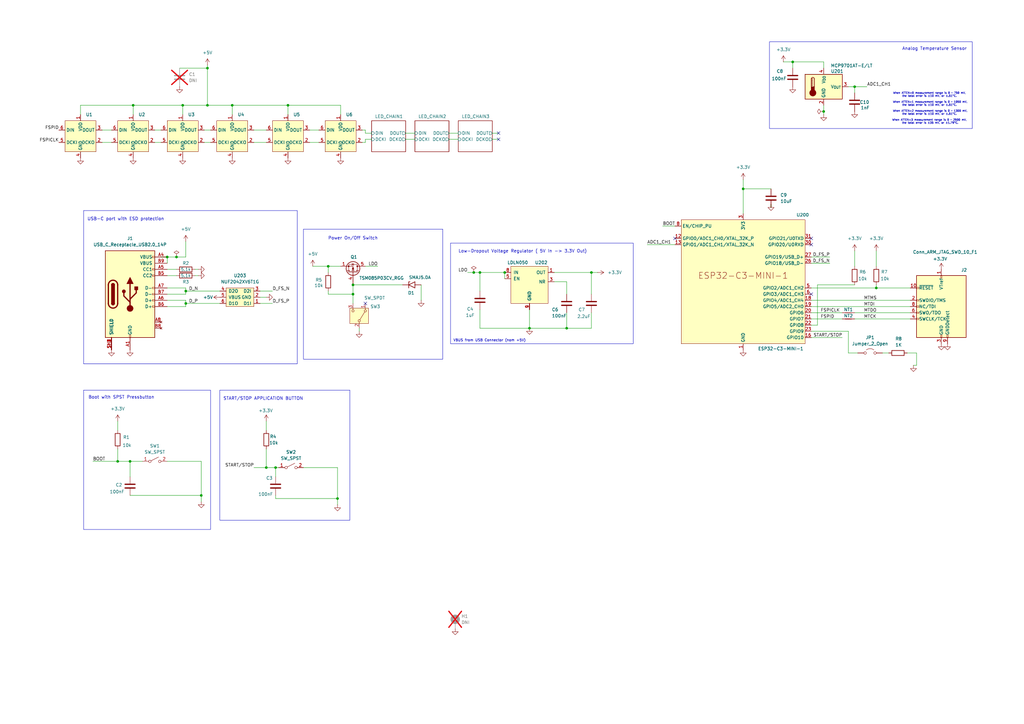
<source format=kicad_sch>
(kicad_sch (version 20231120) (generator "eeschema") (generator_version "8.0")
  (paper "A3")
  (title_block (title "F1 LED CIRCUIT PROJECT") (date "2024-04-10") (rev "v1.0"))
  (lib_symbols
    (symbol "Connector:USB_C_Receptacle_USB2.0_14P" (pin_names (offset 1.016))
      (property "Reference" "J" (at 0 22.225 0))
      (property "Value" "USB_C_Receptacle_USB2.0_14P" (at 0 19.685 0))
      (symbol "USB_C_Receptacle_USB2.0_14P_1_0"
        (pin no_connect line (at 12.7 -11.43 180) (length 2.54) (name "") (number "A8"))
        (pin no_connect line (at 12.7 -13.97 180) (length 2.54) (name "") (number "B8"))
      )
      (symbol "USB_C_Receptacle_USB2.0_14P_1_1"
        (pin passive line (at 0 -22.86 90) (length 5.08) (name "GND") (number "A1"))
        (pin power_in line (at 15.24 15.24 180) (length 5.08) (name "VBUS") (number "A4"))
        (pin bidirectional line (at 15.24 10.16 180) (length 5.08) (name "CC1") (number "A5"))
        (pin bidirectional line (at 15.24 -2.54 180) (length 5.08) (name "D+") (number "A6"))
        (pin bidirectional line (at 15.24 2.54 180) (length 5.08) (name "D-") (number "A7"))
        (pin passive line (at 0 -22.86 90) (length 5.08) hide (name "GND") (number "B12"))
        (pin bidirectional line (at 15.24 7.62 180) (length 5.08) (name "CC2") (number "B5"))
        (pin bidirectional line (at 15.24 -5.08 180) (length 5.08) (name "D+") (number "B6"))
        (pin bidirectional line (at 15.24 0 180) (length 5.08) (name "D-") (number "B7"))
        (pin power_in line (at 15.24 12.7 180) (length 5.08) (name "VBUS") (number "B9"))
        (pin passive line (at -7.62 -22.86 90) (length 5.08) (name "SHIELD") (number "SH1"))
        (pin passive line (at -7.62 -22.86 90) (length 5.08) (name "SHIELD") (number "SH2"))
        (pin passive line (at -7.62 -22.86 90) (length 5.08) (name "SHIELD") (number "SH3"))
        (pin passive line (at -7.62 -22.86 90) (length 5.08) (name "SHIELD") (number "SH4"))
      )
    )
    (symbol "Device:C" (pin_numbers hide) (pin_names (offset 0.254))
      (property "Reference" "C" (at 0.635 2.54 0))
      (property "Value" "C" (at 0.635 -2.54 0))
      (symbol "C_1_1"
        (pin passive line (at 0 3.81 270) (length 2.794) (name "~") (number "1"))
        (pin passive line (at 0 -3.81 90) (length 2.794) (name "~") (number "2"))
      )
    )
    (symbol "Device:NetTie_2" (pin_numbers hide) (pin_names (offset 0) hide) (in_bom no)
      (property "Reference" "NT" (at 0 1.27 0))
      (property "Value" "NetTie_2" (at 0 -1.27 0))
      (symbol "NetTie_2_1_1"
        (pin passive line (at -2.54 0 0) (length 2.54) (name "1") (number "1"))
        (pin passive line (at 2.54 0 180) (length 2.54) (name "2") (number "2"))
      )
    )
    (symbol "Device:R" (pin_numbers hide) (pin_names (offset 0))
      (property "Reference" "R" (at 2.032 0 90))
      (property "Value" "R" (at 0 0 90))
      (symbol "R_1_1"
        (pin passive line (at 0 3.81 270) (length 1.27) (name "~") (number "1"))
        (pin passive line (at 0 -3.81 90) (length 1.27) (name "~") (number "2"))
      )
    )
    (symbol "Diode:SMAJ5.0A" (pin_numbers hide) (pin_names (offset 1.016) hide)
      (property "Reference" "D" (at 0 2.54 0))
      (property "Value" "SMAJ5.0A" (at 0 -2.54 0))
      (symbol "SMAJ5.0A_1_1"
        (pin passive line (at -3.81 0 0) (length 2.54) (name "A1") (number "1"))
        (pin passive line (at 3.81 0 180) (length 2.54) (name "A2") (number "2"))
      )
    )
    (symbol "F1-LED-CIRCUIT-LIBRARY:Conn_ARM_JTAG_SWD_10_F1" (pin_names (offset 1.016))
      (property "Reference" "J" (at -2.54 16.51 0))
      (property "Value" "Conn_ARM_JTAG_SWD_10_F1" (at -2.54 13.97 0))
      (symbol "Conn_ARM_JTAG_SWD_10_F1_1_1"
        (pin power_in line (at 0 15.24 270) (length 2.54) (name "VTref") (number "1"))
        (pin open_collector line (at 12.7 7.62 180) (length 2.54) (name "~{RESET}") (number "10"))
        (pin bidirectional line (at 12.7 2.54 180) (length 2.54) (name "SWDIO/TMS") (number "2"))
        (pin power_in line (at 0 -15.24 90) (length 2.54) (name "GND") (number "3"))
        (pin output line (at 12.7 -5.08 180) (length 2.54) (name "SWCLK/TCK") (number "4"))
        (pin passive line (at 0 -15.24 90) (length 2.54) hide (name "GND") (number "5"))
        (pin input line (at 12.7 -2.54 180) (length 2.54) (name "SWO/TDO") (number "6"))
        (pin no_connect line (at -10.16 0 0) (length 2.54) hide (name "KEY") (number "7"))
        (pin output line (at 12.7 0 180) (length 2.54) (name "NC/TDI") (number "8"))
        (pin passive line (at -2.54 -15.24 90) (length 2.54) (name "GNDDetect") (number "9"))
      )
    )
    (symbol "F1-LED-CIRCUIT-LIBRARY:HD108-2020"
      (property "Reference" "U" (at 0 19.558 0))
      (symbol "HD108-2020_1_1"
        (pin power_in line (at 0 8.89 270) (length 2.54) (name "VDD") (number "1"))
        (pin output line (at 8.89 -2.54 180) (length 2.54) (name "DCKO") (number "2"))
        (pin output line (at 8.89 2.54 180) (length 2.54) (name "DOUT") (number "3"))
        (pin power_in line (at 0 -8.89 90) (length 2.54) (name "GND") (number "4"))
        (pin input line (at -8.89 -2.54 0) (length 2.54) (name "DCKI") (number "5"))
        (pin input line (at -8.89 2.54 0) (length 2.54) (name "DIN") (number "6"))
      )
    )
    (symbol "F1-LED-CIRCUIT-LIBRARY:LDLN050" (pin_names (offset 1.016))
      (property "Reference" "U?" (at -0.254 9.906 0))
      (symbol "LDLN050_1_1"
        (pin power_out line (at 10.16 5.08 180) (length 2.54) (name "OUT") (number "1"))
        (pin no_connect line (at 10.16 -2.54 180) (length 2.54) hide (name "NC") (number "2"))
        (pin passive line (at 10.16 1.27 180) (length 2.54) (name "NR") (number "3"))
        (pin power_in line (at 0 -10.16 90) (length 2.54) (name "GND") (number "4"))
        (pin input line (at -10.16 2.54 0) (length 2.54) (name "EN") (number "5"))
        (pin no_connect line (at -10.16 -1.27 0) (length 2.54) hide (name "NC") (number "6"))
        (pin no_connect line (at -10.16 -5.08 0) (length 2.54) hide (name "NC") (number "7"))
        (pin power_in line (at -10.16 5.08 0) (length 2.54) (name "IN") (number "8"))
        (pin power_in line (at 0 -10.16 90) (length 2.54) (name "GND") (number "9"))
      )
    )
    (symbol "Jitter_Symbols:TSM085P03CV_RGG" (pin_names (offset 0) hide)
      (property "Reference" "Q" (at 5.08 1.905 0))
      (property "Value" "TSM085P03CV_RGG" (at 5.08 0 0))
      (symbol "TSM085P03CV_RGG_1_1"
        (pin passive line (at 2.54 -5.08 90) (length 2.54) (name "S") (number "1"))
        (pin passive line (at 2.54 -5.08 90) (length 2.54) hide (name "S") (number "2"))
        (pin passive line (at 2.54 -5.08 90) (length 2.54) hide (name "S") (number "3"))
        (pin input line (at -5.08 0 0) (length 5.334) (name "G") (number "4"))
        (pin passive line (at 2.54 5.08 270) (length 2.54) (name "D") (number "5"))
        (pin passive line (at 2.54 5.08 270) (length 2.54) hide (name "D") (number "6"))
        (pin passive line (at 2.54 5.08 270) (length 2.54) hide (name "D") (number "7"))
        (pin passive line (at 2.54 5.08 270) (length 2.54) hide (name "D") (number "8"))
      )
    )
    (symbol "Jumper:Jumper_2_Open" (pin_numbers hide) (pin_names (offset 0) hide) (exclude_from_sim yes)
      (property "Reference" "JP" (at 0 2.794 0))
      (property "Value" "Jumper_2_Open" (at 0 -2.286 0))
      (symbol "Jumper_2_Open_1_1"
        (pin passive line (at -5.08 0 0) (length 2.54) (name "A") (number "1"))
        (pin passive line (at 5.08 0 180) (length 2.54) (name "B") (number "2"))
      )
    )
    (symbol "Mechanical:MountingHole_Pad_MP" (pin_numbers hide) (pin_names (offset 1.016) hide) (exclude_from_sim yes) (in_bom no)
      (property "Reference" "H" (at 0 6.35 0))
      (property "Value" "MountingHole_Pad_MP" (at 0 4.445 0))
      (symbol "MountingHole_Pad_MP_1_1"
        (pin input line (at 0 -2.54 90) (length 2.54) (name "MP") (number "MP"))
      )
    )
    (symbol "PCM_Espressif:ESP32-C3-MINI-1"
      (property "Reference" "U" (at -25.4 30.48 0))
      (property "Value" "ESP32-C3-MINI-1" (at -25.4 27.94 0))
      (symbol "ESP32-C3-MINI-1_0_0"
        (text "ESP32-C3-MINI-1" (at 0 2.54 0) (effects (font (size 2.54 2.54))))
      )
      (symbol "ESP32-C3-MINI-1_1_1"
        (pin power_in line (at 0 -27.94 90) (length 2.54) (name "GND") (number "1"))
        (pin no_connect line (at -25.4 2.54 0) (length 2.54) hide (name "NC") (number "10"))
        (pin passive line (at 0 -27.94 90) (length 2.54) hide (name "GND") (number "11"))
        (pin bidirectional line (at -27.94 17.78 0) (length 2.54) (name "GPIO0/ADC1_CH0/XTAL_32K_P") (number "12"))
        (pin bidirectional line (at -27.94 15.24 0) (length 2.54) (name "GPIO1/ADC1_CH1/XTAL_32K_N") (number "13"))
        (pin passive line (at 0 -27.94 90) (length 2.54) hide (name "GND") (number "14"))
        (pin no_connect line (at -25.4 0 0) (length 2.54) hide (name "NC") (number "15"))
        (pin bidirectional line (at 27.94 -22.86 180) (length 2.54) (name "GPIO10") (number "16"))
        (pin no_connect line (at -25.4 -2.54 0) (length 2.54) hide (name "NC") (number "17"))
        (pin bidirectional line (at 27.94 -7.62 180) (length 2.54) (name "GPIO4/ADC1_CH4") (number "18"))
        (pin bidirectional line (at 27.94 -10.16 180) (length 2.54) (name "GPIO5/ADC2_CH0") (number "19"))
        (pin passive line (at 0 -27.94 90) (length 2.54) hide (name "GND") (number "2"))
        (pin bidirectional line (at 27.94 -12.7 180) (length 2.54) (name "GPIO6") (number "20"))
        (pin bidirectional line (at 27.94 -15.24 180) (length 2.54) (name "GPIO7") (number "21"))
        (pin bidirectional line (at 27.94 -17.78 180) (length 2.54) (name "GPIO8") (number "22"))
        (pin bidirectional line (at 27.94 -20.32 180) (length 2.54) (name "GPIO9") (number "23"))
        (pin no_connect line (at -25.4 -5.08 0) (length 2.54) hide (name "NC") (number "24"))
        (pin no_connect line (at -25.4 -7.62 0) (length 2.54) hide (name "NC") (number "25"))
        (pin bidirectional line (at 27.94 7.62 180) (length 2.54) (name "GPIO18/USB_D-") (number "26"))
        (pin bidirectional line (at 27.94 10.16 180) (length 2.54) (name "GPIO19/USB_D+") (number "27"))
        (pin no_connect line (at -25.4 -10.16 0) (length 2.54) hide (name "NC") (number "28"))
        (pin no_connect line (at -25.4 -12.7 0) (length 2.54) hide (name "NC") (number "29"))
        (pin power_in line (at 0 27.94 270) (length 2.54) (name "3V3") (number "3"))
        (pin bidirectional line (at 27.94 15.24 180) (length 2.54) (name "GPIO20/U0RXD") (number "30"))
        (pin bidirectional line (at 27.94 17.78 180) (length 2.54) (name "GPIO21/U0TXD") (number "31"))
        (pin no_connect line (at -25.4 -15.24 0) (length 2.54) hide (name "NC") (number "32"))
        (pin no_connect line (at -25.4 -17.78 0) (length 2.54) hide (name "NC") (number "33"))
        (pin no_connect line (at -25.4 -20.32 0) (length 2.54) hide (name "NC") (number "34"))
        (pin no_connect line (at -25.4 -22.86 0) (length 2.54) hide (name "NC") (number "35"))
        (pin passive line (at 0 -27.94 90) (length 2.54) hide (name "GND") (number "36"))
        (pin passive line (at 0 -27.94 90) (length 2.54) hide (name "GND") (number "37"))
        (pin passive line (at 0 -27.94 90) (length 2.54) hide (name "GND") (number "38"))
        (pin passive line (at 0 -27.94 90) (length 2.54) hide (name "GND") (number "39"))
        (pin no_connect line (at -25.4 10.16 0) (length 2.54) hide (name "NC") (number "4"))
        (pin passive line (at 0 -27.94 90) (length 2.54) hide (name "GND") (number "40"))
        (pin passive line (at 0 -27.94 90) (length 2.54) hide (name "GND") (number "41"))
        (pin passive line (at 0 -27.94 90) (length 2.54) hide (name "GND") (number "42"))
        (pin passive line (at 0 -27.94 90) (length 2.54) hide (name "GND") (number "43"))
        (pin passive line (at 0 -27.94 90) (length 2.54) hide (name "GND") (number "44"))
        (pin passive line (at 0 -27.94 90) (length 2.54) hide (name "GND") (number "45"))
        (pin passive line (at 0 -27.94 90) (length 2.54) hide (name "GND") (number "46"))
        (pin passive line (at 0 -27.94 90) (length 2.54) hide (name "GND") (number "47"))
        (pin passive line (at 0 -27.94 90) (length 2.54) hide (name "GND") (number "48"))
        (pin passive line (at 0 -27.94 90) (length 2.54) hide (name "GND") (number "49"))
        (pin bidirectional line (at 27.94 -2.54 180) (length 2.54) (name "GPIO2/ADC1_CH2") (number "5"))
        (pin passive line (at 0 -27.94 90) (length 2.54) hide (name "GND") (number "50"))
        (pin passive line (at 0 -27.94 90) (length 2.54) hide (name "GND") (number "51"))
        (pin passive line (at 0 -27.94 90) (length 2.54) hide (name "GND") (number "52"))
        (pin passive line (at 0 -27.94 90) (length 2.54) hide (name "GND") (number "53"))
        (pin bidirectional line (at 27.94 -5.08 180) (length 2.54) (name "GPIO3/ADC1_CH3") (number "6"))
        (pin no_connect line (at -25.4 7.62 0) (length 2.54) hide (name "NC") (number "7"))
        (pin input line (at -27.94 22.86 0) (length 2.54) (name "EN/CHIP_PU") (number "8"))
        (pin no_connect line (at -25.4 5.08 0) (length 2.54) hide (name "NC") (number "9"))
      )
    )
    (symbol "Sensor_Temperature:MCP9700Ax-ELT"
      (property "Reference" "U" (at -6.35 6.35 0))
      (property "Value" "MCP9700Ax-ELT" (at 1.27 6.35 0))
      (symbol "MCP9700Ax-ELT_1_1"
        (pin no_connect line (at 7.62 -2.54 180) (length 2.54) hide (name "NC") (number "1"))
        (pin power_in line (at 0 -7.62 90) (length 2.54) (name "GND") (number "2"))
        (pin output line (at 10.16 0 180) (length 2.54) (name "V_{OUT}") (number "3"))
        (pin power_in line (at 0 7.62 270) (length 2.54) (name "V_{DD}") (number "4"))
        (pin no_connect line (at 7.62 2.54 180) (length 2.54) hide (name "NC") (number "5"))
      )
    )
    (symbol "Switch:SW_SPDT" (pin_names (offset 0) hide)
      (property "Reference" "SW" (at 0 5.08 0))
      (property "Value" "SW_SPDT" (at 0 -5.08 0))
      (symbol "SW_SPDT_1_1"
        (pin passive line (at 5.08 2.54 180) (length 2.54) (name "A") (number "1"))
        (pin passive line (at -5.08 0 0) (length 2.54) (name "B") (number "2"))
        (pin passive line (at 5.08 -2.54 180) (length 2.54) (name "C") (number "3"))
      )
    )
    (symbol "Switch:SW_SPST" (pin_names (offset 0) hide)
      (property "Reference" "SW" (at 0 3.175 0))
      (property "Value" "SW_SPST" (at 0 -2.54 0))
      (symbol "SW_SPST_1_1"
        (pin passive line (at -5.08 0 0) (length 2.54) (name "A") (number "1"))
        (pin passive line (at 5.08 0 180) (length 2.54) (name "B") (number "2"))
      )
    )
    (symbol "adams_library_symbols:GND" (power) (pin_names (offset 0))
      (property "Value" "GND" (at 0 -3.81 0))
      (symbol "GND_1_1"
        (pin power_in line (at 0 0 270) (length 0) hide (name "GND") (number "1"))
      )
    )
    (symbol "adams_library_symbols:NUF2042XV6T1G" (pin_names (offset 1.016))
      (property "Reference" "U" (at -3.81 5.08 0))
      (property "Value" "NUF2042XV6T1G" (at 0 -5.08 0))
      (symbol "NUF2042XV6T1G_1_1"
        (pin bidirectional line (at -7.62 2.54 0) (length 2.54) (name "D1I") (number "1"))
        (pin power_in line (at -7.62 0 0) (length 2.54) (name "GND") (number "2"))
        (pin bidirectional line (at -7.62 -2.54 0) (length 2.54) (name "D2I") (number "3"))
        (pin bidirectional line (at 8.89 -2.54 180) (length 2.54) (name "D2O") (number "4"))
        (pin power_in line (at 8.89 0 180) (length 2.54) (name "VBUS") (number "5"))
        (pin bidirectional line (at 8.89 2.54 180) (length 2.54) (name "D1O") (number "6"))
      )
    )
    (symbol "power:+3.3V" (power) (pin_numbers hide) (pin_names (offset 0) hide)
      (property "Value" "+3.3V" (at 0 3.556 0))
      (symbol "+3.3V_1_1"
        (pin power_in line (at 0 0 90) (length 0) (name "~") (number "1"))
      )
    )
    (symbol "power:+5V" (power) (pin_numbers hide) (pin_names (offset 0) hide)
      (property "Value" "+5V" (at 0 3.556 0))
      (symbol "+5V_1_1"
        (pin power_in line (at 0 0 90) (length 0) (name "~") (number "1"))
      )
    )
    (symbol "power:GND" (power) (pin_numbers hide) (pin_names (offset 0) hide)
      (property "Value" "GND" (at 0 -3.81 0))
      (symbol "GND_1_1"
        (pin power_in line (at 0 0 270) (length 0) (name "~") (number "1"))
      )
    )
    (symbol "power:PWR_FLAG" (power) (pin_numbers hide) (pin_names (offset 0) hide)
      (property "Value" "PWR_FLAG" (at 0 3.81 0))
      (symbol "PWR_FLAG_0_0"
        (pin power_out line (at 0 0 90) (length 0) (name "~") (number "1"))
      )
    )
  )
  (junction (at 118.11 43.18))
  (junction (at 144.78 116.84))
  (junction (at 138.43 204.47))
  (junction (at 85.09 43.18))
  (junction (at 53.34 189.23))
  (junction (at 217.17 134.62))
  (junction (at 113.03 191.77))
  (junction (at 109.22 191.77))
  (junction (at 74.93 43.18))
  (junction (at 95.25 43.18))
  (junction (at 337.82 45.72))
  (junction (at 134.62 109.22))
  (junction (at 304.8 77.47))
  (junction (at 325.12 25.4))
  (junction (at 85.09 27.94))
  (junction (at 68.58 105.41))
  (junction (at 72.39 105.41))
  (junction (at 242.57 111.76))
  (junction (at 232.41 134.62))
  (junction (at 207.01 111.76))
  (junction (at 54.61 43.18))
  (junction (at 76.2 124.46))
  (junction (at 350.52 35.56))
  (junction (at 76.2 119.38))
  (junction (at 359.41 118.11))
  (junction (at 194.31 111.76))
  (junction (at 48.26 189.23))
  (junction (at 196.85 111.76))
  (junction (at 82.55 203.2))
  (junction (at 144.78 120.65))
  (no_connect (at 276.86 97.79))
  (no_connect (at 332.74 97.79))
  (no_connect (at 332.74 120.65))
  (no_connect (at 204.47 54.61))
  (no_connect (at 332.74 100.33))
  (no_connect (at 149.86 124.46))
  (no_connect (at 204.47 57.15))
  (wire (pts (xy 48.26 172.72) (xy 48.26 176.53)))
  (wire (pts (xy 33.02 43.18) (xy 54.61 43.18)))
  (wire (pts (xy 33.02 46.99) (xy 33.02 43.18)))
  (wire (pts (xy 359.41 118.11) (xy 373.38 118.11)))
  (wire (pts (xy 85.09 26.67) (xy 85.09 27.94)))
  (wire (pts (xy 196.85 111.76) (xy 196.85 119.38)))
  (wire (pts (xy 201.93 57.15) (xy 204.47 57.15)))
  (wire (pts (xy 350.52 35.56) (xy 355.6 35.56)))
  (wire (pts (xy 68.58 118.11) (xy 76.2 118.11)))
  (wire (pts (xy 337.82 46.99) (xy 337.82 45.72)))
  (wire (pts (xy 134.62 109.22) (xy 134.62 111.76)))
  (wire (pts (xy 347.98 135.89) (xy 332.74 135.89)))
  (wire (pts (xy 217.17 127) (xy 217.17 134.62)))
  (wire (pts (xy 194.31 111.76) (xy 196.85 111.76)))
  (wire (pts (xy 350.52 35.56) (xy 350.52 38.1)))
  (wire (pts (xy 347.98 135.89) (xy 347.98 144.78)))
  (wire (pts (xy 38.1 189.23) (xy 48.26 189.23)))
  (wire (pts (xy 85.09 43.18) (xy 74.93 43.18)))
  (wire (pts (xy 242.57 128.27) (xy 242.57 134.62)))
  (wire (pts (xy 232.41 134.62) (xy 242.57 134.62)))
  (wire (pts (xy 375.92 149.86) (xy 375.92 144.78)))
  (wire (pts (xy 332.74 128.27) (xy 345.44 128.27)))
  (wire (pts (xy 134.62 109.22) (xy 139.7 109.22)))
  (wire (pts (xy 332.74 107.95) (xy 340.36 107.95)))
  (wire (pts (xy 184.15 54.61) (xy 187.96 54.61)))
  (wire (pts (xy 68.58 125.73) (xy 76.2 125.73)))
  (wire (pts (xy 149.86 53.34) (xy 149.86 54.61)))
  (wire (pts (xy 149.86 57.15) (xy 152.4 57.15)))
  (wire (pts (xy 201.93 54.61) (xy 204.47 54.61)))
  (wire (pts (xy 196.85 127) (xy 196.85 134.62)))
  (wire (pts (xy 325.12 25.4) (xy 337.82 25.4)))
  (wire (pts (xy 66.04 105.41) (xy 68.58 105.41)))
  (wire (pts (xy 265.43 100.33) (xy 276.86 100.33)))
  (wire (pts (xy 68.58 110.49) (xy 72.39 110.49)))
  (wire (pts (xy 316.23 85.09) (xy 316.23 83.82)))
  (wire (pts (xy 95.25 43.18) (xy 95.25 46.99)))
  (wire (pts (xy 232.41 128.27) (xy 232.41 134.62)))
  (wire (pts (xy 54.61 43.18) (xy 54.61 46.99)))
  (wire (pts (xy 106.68 119.38) (xy 111.76 119.38)))
  (wire (pts (xy 127 58.42) (xy 130.81 58.42)))
  (wire (pts (xy 68.58 120.65) (xy 76.2 120.65)))
  (wire (pts (xy 217.17 134.62) (xy 196.85 134.62)))
  (wire (pts (xy 76.2 118.11) (xy 76.2 119.38)))
  (wire (pts (xy 41.91 53.34) (xy 45.72 53.34)))
  (wire (pts (xy 109.22 172.72) (xy 109.22 176.53)))
  (wire (pts (xy 106.68 121.92) (xy 109.22 121.92)))
  (wire (pts (xy 68.58 189.23) (xy 82.55 189.23)))
  (wire (pts (xy 350.52 116.84) (xy 335.28 116.84)))
  (wire (pts (xy 149.86 54.61) (xy 152.4 54.61)))
  (wire (pts (xy 82.55 203.2) (xy 82.55 205.74)))
  (wire (pts (xy 63.5 58.42) (xy 66.04 58.42)))
  (wire (pts (xy 147.32 135.89) (xy 147.32 134.62)))
  (wire (pts (xy 347.98 144.78) (xy 351.79 144.78)))
  (wire (pts (xy 337.82 27.94) (xy 337.82 25.4)))
  (wire (pts (xy 148.59 53.34) (xy 149.86 53.34)))
  (wire (pts (xy 124.46 191.77) (xy 138.43 191.77)))
  (wire (pts (xy 80.01 110.49) (xy 81.28 110.49)))
  (wire (pts (xy 48.26 189.23) (xy 53.34 189.23)))
  (wire (pts (xy 172.72 116.84) (xy 172.72 123.19)))
  (wire (pts (xy 149.86 58.42) (xy 149.86 57.15)))
  (wire (pts (xy 76.2 123.19) (xy 76.2 124.46)))
  (wire (pts (xy 85.09 27.94) (xy 85.09 43.18)))
  (wire (pts (xy 335.28 116.84) (xy 335.28 133.35)))
  (wire (pts (xy 196.85 111.76) (xy 207.01 111.76)))
  (wire (pts (xy 184.15 57.15) (xy 187.96 57.15)))
  (wire (pts (xy 76.2 124.46) (xy 76.2 125.73)))
  (wire (pts (xy 271.78 92.71) (xy 276.86 92.71)))
  (wire (pts (xy 104.14 191.77) (xy 109.22 191.77)))
  (wire (pts (xy 54.61 43.18) (xy 74.93 43.18)))
  (wire (pts (xy 63.5 53.34) (xy 66.04 53.34)))
  (wire (pts (xy 144.78 116.84) (xy 165.1 116.84)))
  (wire (pts (xy 139.7 43.18) (xy 139.7 46.99)))
  (wire (pts (xy 68.58 105.41) (xy 68.58 107.95)))
  (wire (pts (xy 304.8 77.47) (xy 304.8 87.63)))
  (wire (pts (xy 76.2 120.65) (xy 76.2 119.38)))
  (wire (pts (xy 217.17 134.62) (xy 232.41 134.62)))
  (wire (pts (xy 325.12 25.4) (xy 325.12 27.94)))
  (wire (pts (xy 361.95 144.78) (xy 364.49 144.78)))
  (wire (pts (xy 72.39 105.41) (xy 76.2 105.41)))
  (wire (pts (xy 76.2 99.06) (xy 76.2 105.41)))
  (wire (pts (xy 372.11 144.78) (xy 375.92 144.78)))
  (wire (pts (xy 113.03 191.77) (xy 114.3 191.77)))
  (wire (pts (xy 227.33 115.57) (xy 232.41 115.57)))
  (wire (pts (xy 359.41 118.11) (xy 359.41 116.84)))
  (wire (pts (xy 332.74 118.11) (xy 359.41 118.11)))
  (wire (pts (xy 144.78 116.84) (xy 144.78 120.65)))
  (wire (pts (xy 232.41 120.65) (xy 232.41 115.57)))
  (wire (pts (xy 76.2 124.46) (xy 90.17 124.46)))
  (wire (pts (xy 73.66 27.94) (xy 85.09 27.94)))
  (wire (pts (xy 109.22 184.15) (xy 109.22 191.77)))
  (wire (pts (xy 148.59 58.42) (xy 149.86 58.42)))
  (wire (pts (xy 106.68 124.46) (xy 111.76 124.46)))
  (wire (pts (xy 118.11 43.18) (xy 139.7 43.18)))
  (wire (pts (xy 95.25 43.18) (xy 118.11 43.18)))
  (wire (pts (xy 154.94 109.22) (xy 149.86 109.22)))
  (wire (pts (xy 166.37 54.61) (xy 170.18 54.61)))
  (wire (pts (xy 340.36 105.41) (xy 332.74 105.41)))
  (wire (pts (xy 68.58 123.19) (xy 76.2 123.19)))
  (wire (pts (xy 68.58 105.41) (xy 72.39 105.41)))
  (wire (pts (xy 82.55 189.23) (xy 82.55 203.2)))
  (wire (pts (xy 53.34 203.2) (xy 82.55 203.2)))
  (wire (pts (xy 337.82 45.72) (xy 337.82 43.18)))
  (wire (pts (xy 76.2 119.38) (xy 90.17 119.38)))
  (wire (pts (xy 332.74 130.81) (xy 345.44 130.81)))
  (wire (pts (xy 138.43 191.77) (xy 138.43 204.47)))
  (wire (pts (xy 350.52 128.27) (xy 373.38 128.27)))
  (wire (pts (xy 104.14 58.42) (xy 109.22 58.42)))
  (wire (pts (xy 321.31 25.4) (xy 325.12 25.4)))
  (wire (pts (xy 207.01 111.76) (xy 207.01 114.3)))
  (wire (pts (xy 53.34 189.23) (xy 58.42 189.23)))
  (wire (pts (xy 166.37 57.15) (xy 170.18 57.15)))
  (wire (pts (xy 68.58 113.03) (xy 72.39 113.03)))
  (wire (pts (xy 134.62 119.38) (xy 134.62 120.65)))
  (wire (pts (xy 138.43 204.47) (xy 138.43 207.01)))
  (wire (pts (xy 350.52 102.87) (xy 350.52 109.22)))
  (wire (pts (xy 304.8 77.47) (xy 316.23 77.47)))
  (wire (pts (xy 304.8 73.66) (xy 304.8 77.47)))
  (wire (pts (xy 127 53.34) (xy 130.81 53.34)))
  (wire (pts (xy 332.74 138.43) (xy 345.44 138.43)))
  (wire (pts (xy 41.91 58.42) (xy 45.72 58.42)))
  (wire (pts (xy 53.34 189.23) (xy 53.34 195.58)))
  (wire (pts (xy 113.03 203.2) (xy 113.03 204.47)))
  (wire (pts (xy 347.98 35.56) (xy 350.52 35.56)))
  (wire (pts (xy 332.74 125.73) (xy 373.38 125.73)))
  (wire (pts (xy 375.92 149.86) (xy 374.65 149.86)))
  (wire (pts (xy 104.14 53.34) (xy 109.22 53.34)))
  (wire (pts (xy 332.74 123.19) (xy 373.38 123.19)))
  (wire (pts (xy 227.33 111.76) (xy 242.57 111.76)))
  (wire (pts (xy 109.22 191.77) (xy 113.03 191.77)))
  (wire (pts (xy 134.62 120.65) (xy 144.78 120.65)))
  (wire (pts (xy 83.82 53.34) (xy 86.36 53.34)))
  (wire (pts (xy 118.11 43.18) (xy 118.11 46.99)))
  (wire (pts (xy 74.93 43.18) (xy 74.93 46.99)))
  (wire (pts (xy 332.74 133.35) (xy 335.28 133.35)))
  (wire (pts (xy 242.57 111.76) (xy 242.57 120.65)))
  (wire (pts (xy 48.26 184.15) (xy 48.26 189.23)))
  (wire (pts (xy 113.03 204.47) (xy 138.43 204.47)))
  (wire (pts (xy 80.01 113.03) (xy 81.28 113.03)))
  (wire (pts (xy 83.82 58.42) (xy 86.36 58.42)))
  (wire (pts (xy 245.11 111.76) (xy 242.57 111.76)))
  (wire (pts (xy 191.77 111.76) (xy 194.31 111.76)))
  (wire (pts (xy 85.09 43.18) (xy 95.25 43.18)))
  (wire (pts (xy 113.03 191.77) (xy 113.03 195.58)))
  (wire (pts (xy 350.52 130.81) (xy 373.38 130.81)))
  (wire (pts (xy 359.41 102.87) (xy 359.41 109.22)))
  (wire (pts (xy 144.78 120.65) (xy 144.78 124.46)))
  (wire (pts (xy 128.27 109.22) (xy 134.62 109.22)))
  (rectangle (start 124.46 93.98) (end 181.61 147.32))
  (rectangle (start 315.595 17.145) (end 398.78 52.705))
  (rectangle (start 34.29 86.36) (end 121.92 149.225))
  (rectangle (start 34.29 160.02) (end 86.36 217.17))
  (rectangle (start 184.785 99.695) (end 259.715 140.97))
  (rectangle (start 90.17 160.02) (end 143.51 213.36))
  (text "Analog Temperature Sensor" (at 383.286 20.066 0) (effects (font (size 1.27 1.27))))
  (text "START/STOP APPLICATION BUTTON" (at 107.95 163.576 0) (effects (font (size 1.27 1.27))))
  (text "Boot with SPST Pressbutton" (at 49.784 163.068 0) (effects (font (size 1.27 1.27))))
  (text "Low-Dropout Voltage Regulator ( 5V In -> 3.3V Out)" (at 214.376 103.124 0) (effects (font (size 1.27 1.27))))
  (text "Power On/Off Switch" (at 144.78 97.79 0) (effects (font (size 1.27 1.27))))
  (text "When ATTEN=0 measurement range is 0 ~ 750 mV, \nthe total error is ±10 mV, or ±.51°C. \n\nWhen ATTEN=1 measurement range is 0 ~ 1050 mV,\nthe total error is ±10 mV, or ±.51°C. \n\nWhen ATTEN=2 measurement range is 0 ~ 1300 mV,\nthe total error is ±10 mV, or ±.51°C. \n\nWhen ATTEN=3 measurement range is 0 ~ 2500 mV, \nthe total error is ±35 mV, or ±1.79°C." (at 381.508 44.45 0) (effects (font (size 0.762 0.762))))
  (text "USB-C port with ESD protection" (at 51.562 89.916 0) (effects (font (size 1.27 1.27))))
  (text "VBUS from USB Connector (nom +5V) " (at 201.168 139.7 0) (effects (font (size 1.016 1.016))))
  (label "MTDI" (at 354.33 125.73 0))
  (label "D_FS_P" (at 340.36 105.41 180))
  (label "D_FS_P" (at 111.76 124.46 0))
  (label "LDO" (at 154.94 109.22 180))
  (label "ADC1_CH1" (at 265.43 100.33 0))
  (label "START{slash}STOP" (at 345.44 138.43 180))
  (label "FSPID" (at 24.13 53.34 180))
  (label "BOOT" (at 271.78 92.71 0))
  (label "MTCK" (at 354.33 130.81 0))
  (label "MTMS" (at 354.33 123.19 0))
  (label "START{slash}STOP" (at 104.14 191.77 180))
  (label "FSPICLK" (at 336.55 128.27 0))
  (label "D_FS_N" (at 111.76 119.38 0))
  (label "D_N" (at 77.47 119.38 0))
  (label "MTDO" (at 354.33 128.27 0))
  (label "D_FS_N" (at 340.36 107.95 180))
  (label "D_P" (at 77.47 124.46 0))
  (label "LDO" (at 191.77 111.76 180))
  (label "ADC1_CH1" (at 355.6 35.56 0))
  (label "FSPID" (at 336.55 130.81 0))
  (label "FSPICLK" (at 24.13 58.42 180))
  (label "BOOT" (at 38.1 189.23 0))
  (symbol (lib_id "F1-LED-CIRCUIT-LIBRARY:Conn_ARM_JTAG_SWD_10_F1") (at 386.08 125.73 0) (mirror y) (unit 1)
    (property "Reference" "J2" (at 394.208 110.744 0) (effects (justify right)))
    (property "Value" "Conn_ARM_JTAG_SWD_10_F1" (at 374.396 103.378 0) (effects (justify right)))
    (property "Footprint" "F1-LED-CIRCUIT-LIBRARY:SAMTEC_FTSH-105-XX-X-DV" (effects (hide yes)))
    (property "Datasheet" "http://infocenter.arm.com/help/topic/com.arm.doc.ddi0314h/DDI0314H_coresight_components_trm.pdf" (effects (hide yes)))
    (property "Description" "Cortex Debug Connector, standard ARM Cortex-M SWD and JTAG interface" (effects (hide yes)))
    (property "MPN" "FTSH-105-01-L-DV-K" (effects (hide yes)))
  )
  (symbol (lib_id "adams_library_symbols:NUF2042XV6T1G") (at 99.06 121.92 180) (unit 1)
    (property "Reference" "U203" (at 98.425 113.03 0))
    (property "Value" "NUF2042XV6T1G" (at 98.425 115.57 0))
    (property "Footprint" "F1-LED-CIRCUIT-LIBRARY:SON_2XV6T1G_ONS" (effects (hide yes)))
    (property "Datasheet" "http://www.onsemi.com/pub/Collateral/NUF2030XV6-D.PDF" (effects (hide yes)))
    (property "Description" "USB Upstream Terminator with ESD Protection" (effects (hide yes)))
    (property "MPN" "NUF2042XV6T1G" (effects (hide yes)))
  )
  (symbol (lib_id "Switch:SW_SPDT") (at 147.32 129.54 270) (mirror x) (unit 1)
    (property "Reference" "SW3" (at 153.924 125.73 90))
    (property "Value" "SW_SPDT" (at 153.67 122.174 90))
    (property "Footprint" "F1-LED-CIRCUIT-LIBRARY:AS12AP_NKK" (effects (hide yes)))
    (property "Datasheet" "https://pt.mouser.com/datasheet/2/295/Aslides-1663571.pdf" (effects (hide yes)))
    (property "Description" "Switch, single pole double throw" (effects (hide yes)))
    (property "MPN" "AS13AP" (effects (hide yes)))
  )
  (symbol (lib_id "adams_library_symbols:GND") (at 53.34 143.51 0) (unit 1)
    (property "Reference" "#PWR04" (effects (hide yes)))
    (property "Value" "GND" (effects (hide yes)))
    (property "Description" "Power symbol creates a global label with name \"GND\" , ground" (effects (hide yes)))
  )
  (symbol (lib_id "power:GND") (at 325.12 35.56 0) (unit 1)
    (property "Reference" "#PWR033" (effects (hide yes)))
    (property "Value" "GND" (effects (hide yes)))
    (property "Description" "Power symbol creates a global label with name \"GND\" , ground" (effects (hide yes)))
  )
  (symbol (lib_id "adams_library_symbols:GND") (at 33.02 64.77 0) (unit 1)
    (property "Reference" "#PWR01" (effects (hide yes)))
    (property "Value" "GND" (effects (hide yes)))
    (property "Description" "Power symbol creates a global label with name \"GND\" , ground" (effects (hide yes)))
  )
  (symbol (lib_id "F1-LED-CIRCUIT-LIBRARY:HD108-2020") (at 95.25 55.88 0) (unit 1)
    (property "Reference" "U4" (at 97.4441 46.99 0) (effects (justify left)))
    (property "Value" "HD108-2020" (effects (hide yes)))
    (property "Footprint" "F1-LED-CIRCUIT-LIBRARY:HD108-2020" (effects (hide yes)))
    (property "Description" "HD108-2020 RGB LED" (effects (hide yes)))
    (property "MPN" "HD108-2020" (effects (hide yes)))
  )
  (symbol (lib_id "power:GND") (at 316.23 83.82 0) (unit 1)
    (property "Reference" "#PWR034" (effects (hide yes)))
    (property "Value" "GND" (effects (hide yes)))
    (property "Description" "Power symbol creates a global label with name \"GND\" , ground" (effects (hide yes)))
  )
  (symbol (lib_id "Device:C") (at 316.23 81.28 0) (unit 1)
    (property "Reference" "C9" (at 320.04 80.0099 0) (effects (justify left)))
    (property "Value" "10uF" (at 320.04 82.5499 0) (effects (justify left)))
    (property "Footprint" "Capacitor_SMD:C_0402_1005Metric" (effects (hide yes)))
    (property "Description" "Unpolarized capacitor" (effects (hide yes)))
  )
  (symbol (lib_id "F1-LED-CIRCUIT-LIBRARY:HD108-2020") (at 33.02 55.88 0) (unit 1)
    (property "Reference" "U1" (at 35.2141 46.99 0) (effects (justify left)))
    (property "Value" "HD108-2020" (effects (hide yes)))
    (property "Footprint" "F1-LED-CIRCUIT-LIBRARY:HD108-2020" (effects (hide yes)))
    (property "Description" "HD108-2020 RGB LED" (effects (hide yes)))
    (property "MPN" "HD108-2020" (effects (hide yes)))
  )
  (symbol (lib_id "power:GND") (at 337.82 46.99 0) (unit 1)
    (property "Reference" "#PWR035" (effects (hide yes)))
    (property "Value" "GND" (effects (hide yes)))
    (property "Description" "Power symbol creates a global label with name \"GND\" , ground" (effects (hide yes)))
  )
  (symbol (lib_id "power:PWR_FLAG") (at 72.39 105.41 0) (unit 1)
    (property "Reference" "#FLG01" (effects (hide yes)))
    (property "Value" "PWR_FLAG" (effects (hide yes)))
    (property "Description" "Special symbol for telling ERC where power comes from" (effects (hide yes)))
  )
  (symbol (lib_id "power:GND") (at 172.72 123.19 0) (unit 1)
    (property "Reference" "#PWR021" (effects (hide yes)))
    (property "Value" "GND" (effects (hide yes)))
    (property "Description" "Power symbol creates a global label with name \"GND\" , ground" (effects (hide yes)))
  )
  (symbol (lib_id "Device:NetTie_2") (at 347.98 128.27 0) (unit 1) (in_bom no)
    (property "Reference" "NT1" (at 347.98 127 0))
    (property "Value" "NetTie_2" (effects (hide yes)))
    (property "Footprint" "NetTie:NetTie-2_SMD_Pad0.5mm" (effects (hide yes)))
    (property "Description" "Net tie, 2 pins" (effects (hide yes)))
  )
  (symbol (lib_id "Device:R") (at 48.26 180.34 0) (unit 1)
    (property "Reference" "R1" (at 51.816 179.324 0))
    (property "Value" "10k" (at 52.07 182.626 0))
    (property "Footprint" "Resistor_SMD:R_0402_1005Metric" (effects (hide yes)))
    (property "Description" "Resistor" (effects (hide yes)))
  )
  (symbol (lib_id "Device:R") (at 109.22 180.34 180) (unit 1)
    (property "Reference" "R4" (at 112.014 179.07 0))
    (property "Value" "10k" (at 112.268 181.61 0))
    (property "Footprint" "Resistor_SMD:R_0402_1005Metric" (effects (hide yes)))
    (property "Description" "Resistor" (effects (hide yes)))
  )
  (symbol (lib_id "power:+3.3V") (at 109.22 172.72 0) (unit 1)
    (property "Reference" "#PWR016" (effects (hide yes)))
    (property "Value" "+3.3V" (at 108.966 168.402 0))
    (property "Description" "Power symbol creates a global label with name \"+3.3V\"" (effects (hide yes)))
  )
  (symbol (lib_id "adams_library_symbols:GND") (at 386.08 140.97 0) (unit 1)
    (property "Reference" "#PWR041" (effects (hide yes)))
    (property "Value" "GND" (effects (hide yes)))
    (property "Description" "Power symbol creates a global label with name \"GND\" , ground" (effects (hide yes)))
  )
  (symbol (lib_id "power:GND") (at 186.69 257.81 0) (unit 1)
    (property "Reference" "#PWR022" (effects (hide yes)))
    (property "Value" "GND" (effects (hide yes)))
    (property "Description" "Power symbol creates a global label with name \"GND\" , ground" (effects (hide yes)))
  )
  (symbol (lib_id "Device:R") (at 350.52 113.03 180) (unit 1)
    (property "Reference" "R6" (at 353.822 111.506 0))
    (property "Value" "10k" (at 353.822 114.3 0))
    (property "Footprint" "Resistor_SMD:R_0402_1005Metric" (effects (hide yes)))
    (property "Description" "Resistor" (effects (hide yes)))
  )
  (symbol (lib_id "Sensor_Temperature:MCP9700Ax-ELT") (at 337.82 35.56 0) (unit 1)
    (property "Reference" "U201" (at 345.948 29.21 0) (effects (justify right)))
    (property "Value" "MCP9701AT-E/LT" (at 357.886 26.924 0) (effects (justify right)))
    (property "Footprint" "Package_TO_SOT_SMD:SOT-353_SC-70-5" (effects (hide yes)))
    (property "Datasheet" "http://ww1.microchip.com/downloads/en/DeviceDoc/20001942G.pdf" (effects (hide yes)))
    (property "Description" "Low power, analog thermistor temperature sensor, ±2C accuracy, -40C to +125C, in SC-70-5" (effects (hide yes)))
    (property "MPN" "MCP9701AT-E/LT" (effects (hide yes)))
  )
  (symbol (lib_id "adams_library_symbols:GND") (at 81.28 110.49 90) (unit 1)
    (property "Reference" "#PWR010" (effects (hide yes)))
    (property "Value" "GND" (effects (hide yes)))
    (property "Description" "Power symbol creates a global label with name \"GND\" , ground" (effects (hide yes)))
  )
  (symbol (lib_id "Diode:SMAJ5.0A") (at 168.91 116.84 0) (unit 1)
    (property "Reference" "D1" (at 168.656 120.142 0))
    (property "Value" "SMAJ5.0A" (at 172.212 113.792 0))
    (property "Footprint" "Diode_SMD:D_SMA" (effects (hide yes)))
    (property "Datasheet" "https://www.littelfuse.com/media?resourcetype=datasheets&itemid=75e32973-b177-4ee3-a0ff-cedaf1abdb93&filename=smaj-datasheet" (effects (hide yes)))
    (property "Description" "400W unidirectional Transient Voltage Suppressor, 5.0Vr, SMA(DO-214AC)" (effects (hide yes)))
    (property "MPN" "SMAJ5.0A" (effects (hide yes)))
  )
  (symbol (lib_id "Device:C") (at 242.57 124.46 0) (unit 1)
    (property "Reference" "C7" (at 237.236 127 0) (effects (justify left)))
    (property "Value" "2.2uF" (at 236.728 129.794 0) (effects (justify left)))
    (property "Footprint" "Capacitor_SMD:C_0402_1005Metric" (effects (hide yes)))
    (property "Description" "Unpolarized capacitor" (effects (hide yes)))
  )
  (symbol (lib_id "power:+3.3V") (at 245.11 111.76 270) (unit 1)
    (property "Reference" "#PWR027" (effects (hide yes)))
    (property "Value" "+3.3V" (at 249.174 111.76 90) (effects (justify left)))
    (property "Description" "Power symbol creates a global label with name \"+3.3V\"" (effects (hide yes)))
  )
  (symbol (lib_id "Device:R") (at 76.2 110.49 90) (unit 1)
    (property "Reference" "R2" (at 76.2 107.95 90))
    (property "Value" "5.1k" (at 76.2 110.49 90))
    (property "Footprint" "Resistor_SMD:R_0402_1005Metric" (effects (hide yes)))
    (property "Description" "Resistor" (effects (hide yes)))
  )
  (symbol (lib_id "adams_library_symbols:GND") (at 139.7 64.77 0) (unit 1)
    (property "Reference" "#PWR017" (effects (hide yes)))
    (property "Value" "GND" (effects (hide yes)))
    (property "Description" "Power symbol creates a global label with name \"GND\" , ground" (effects (hide yes)))
  )
  (symbol (lib_id "power:+3.3V") (at 386.08 110.49 0) (unit 1)
    (property "Reference" "#PWR040" (effects (hide yes)))
    (property "Value" "+3.3V" (at 385.572 106.172 0))
    (property "Description" "Power symbol creates a global label with name \"+3.3V\"" (effects (hide yes)))
  )
  (symbol (lib_id "power:+5V") (at 85.09 26.67 0) (unit 1)
    (property "Reference" "#PWR07" (effects (hide yes)))
    (property "Value" "+5V" (at 85.09 21.59 0))
    (property "Description" "Power symbol creates a global label with name \"+5V\"" (effects (hide yes)))
  )
  (symbol (lib_id "power:+3.3V") (at 350.52 102.87 0) (unit 1)
    (property "Reference" "#PWR037" (effects (hide yes)))
    (property "Value" "+3.3V" (at 350.52 97.79 0))
    (property "Description" "Power symbol creates a global label with name \"+3.3V\"" (effects (hide yes)))
  )
  (symbol (lib_id "adams_library_symbols:GND") (at 118.11 64.77 0) (unit 1)
    (property "Reference" "#PWR0195" (effects (hide yes)))
    (property "Value" "GND" (effects (hide yes)))
    (property "Description" "Power symbol creates a global label with name \"GND\" , ground" (effects (hide yes)))
  )
  (symbol (lib_id "F1-LED-CIRCUIT-LIBRARY:HD108-2020") (at 54.61 55.88 0) (unit 1)
    (property "Reference" "U2" (at 56.8041 46.99 0) (effects (justify left)))
    (property "Value" "HD108-2020" (effects (hide yes)))
    (property "Footprint" "F1-LED-CIRCUIT-LIBRARY:HD108-2020" (effects (hide yes)))
    (property "Description" "HD108-2020 RGB LED" (effects (hide yes)))
    (property "MPN" "HD108-2020" (effects (hide yes)))
  )
  (symbol (lib_id "Mechanical:MountingHole_Pad_MP") (at 186.69 255.27 0) (unit 1) (exclude_from_sim yes) (in_bom no) (dnp yes)
    (property "Reference" "H1" (at 189.23 252.7299 0) (effects (justify left)))
    (property "Value" "DNI" (at 189.23 255.2699 0) (effects (justify left)))
    (property "Footprint" "MountingHole:MountingHole_4.3mm_M4_Pad_Via" (effects (hide yes)))
    (property "Description" "Mounting Hole with connection as pad named MP" (effects (hide yes)))
  )
  (symbol (lib_id "adams_library_symbols:GND") (at 388.62 140.97 0) (unit 1)
    (property "Reference" "#PWR042" (effects (hide yes)))
    (property "Value" "GND" (effects (hide yes)))
    (property "Description" "Power symbol creates a global label with name \"GND\" , ground" (effects (hide yes)))
  )
  (symbol (lib_id "F1-LED-CIRCUIT-LIBRARY:LDLN050") (at 217.17 116.84 0) (unit 1)
    (property "Reference" "U202" (at 221.996 107.696 0))
    (property "Value" "LDLN050" (at 212.344 107.696 0))
    (property "Footprint" "F1-LED-CIRCUIT-LIBRARY:DFN8_LDLN050_STM" (effects (hide yes)))
    (property "Datasheet" "https://www.st.com/resource/en/datasheet/ldln050.pdf" (effects (hide yes)))
    (property "Description" " 500 mA, high performance low dropout linear regulator" (effects (hide yes)))
    (property "MPN" "LDLN050PU33R" (effects (hide yes)))
  )
  (symbol (lib_id "Device:C") (at 350.52 41.91 180) (unit 1)
    (property "Reference" "C10" (at 354.584 41.91 0))
    (property "Value" "1nF" (at 354.838 44.196 0))
    (property "Footprint" "Capacitor_SMD:C_0402_1005Metric" (effects (hide yes)))
    (property "Description" "Unpolarized capacitor" (effects (hide yes)))
  )
  (symbol (lib_id "PCM_Espressif:ESP32-C3-MINI-1") (at 304.8 115.57 0) (unit 1)
    (property "Reference" "U200" (at 326.644 88.138 0) (effects (justify left)))
    (property "Value" "ESP32-C3-MINI-1" (at 310.896 143.002 0) (effects (justify left)))
    (property "Footprint" "PCM_Espressif:ESP32-C3-MINI-1" (effects (hide yes)))
    (property "Datasheet" "https://www.espressif.com/sites/default/files/documentation/esp32-c3-mini-1_datasheet_en.pdf" (effects (hide yes)))
    (property "Description" "ESP32-C3-MINI-1 family is an ultra-low-power MCU-based SoC solution that supports 2.4 GHz Wi-Fi and Bluetooth®Low Energy (Bluetooth LE)." (effects (hide yes)))
    (property "MPN" "ESP32-C3-MINI-1U-N4" (effects (hide yes)))
  )
  (symbol (lib_id "adams_library_symbols:GND") (at 82.55 205.74 0) (unit 1)
    (property "Reference" "#PWR012" (effects (hide yes)))
    (property "Value" "GND" (effects (hide yes)))
    (property "Description" "Power symbol creates a global label with name \"GND\" , ground" (effects (hide yes)))
  )
  (symbol (lib_id "F1-LED-CIRCUIT-LIBRARY:HD108-2020") (at 139.7 55.88 0) (unit 1)
    (property "Reference" "U6" (at 141.8941 46.99 0) (effects (justify left)))
    (property "Value" "HD108-2020" (effects (hide yes)))
    (property "Footprint" "F1-LED-CIRCUIT-LIBRARY:HD108-2020" (effects (hide yes)))
    (property "Description" "HD108-2020 RGB LED" (effects (hide yes)))
    (property "MPN" "HD108-2020" (effects (hide yes)))
  )
  (symbol (lib_id "adams_library_symbols:GND") (at 45.72 143.51 0) (unit 1)
    (property "Reference" "#PWR02" (effects (hide yes)))
    (property "Value" "GND" (effects (hide yes)))
    (property "Description" "Power symbol creates a global label with name \"GND\" , ground" (effects (hide yes)))
  )
  (symbol (lib_id "Device:C") (at 232.41 124.46 0) (unit 1)
    (property "Reference" "C6" (at 226.314 127 0) (effects (justify left)))
    (property "Value" "100nF" (at 226.314 129.54 0) (effects (justify left)))
    (property "Footprint" "Capacitor_SMD:C_0402_1005Metric" (effects (hide yes)))
    (property "Description" "Unpolarized capacitor" (effects (hide yes)))
  )
  (symbol (lib_id "Device:R") (at 134.62 115.57 0) (mirror y) (unit 1)
    (property "Reference" "R5" (at 132.08 114.808 0) (effects (justify left)))
    (property "Value" "10k" (at 132.588 117.094 0) (effects (justify left)))
    (property "Footprint" "Resistor_SMD:R_0402_1005Metric" (effects (hide yes)))
    (property "Description" "Resistor" (effects (hide yes)))
  )
  (symbol (lib_id "power:+5V") (at 90.17 121.92 90) (unit 1)
    (property "Reference" "#PWR013" (effects (hide yes)))
    (property "Value" "+5V" (at 87.376 121.92 90) (effects (justify left)))
    (property "Description" "Power symbol creates a global label with name \"+5V\"" (effects (hide yes)))
  )
  (symbol (lib_id "Connector:USB_C_Receptacle_USB2.0_14P") (at 53.34 120.65 0) (unit 1)
    (property "Reference" "J1" (at 53.34 97.79 0))
    (property "Value" "USB_C_Receptacle_USB2.0_14P" (at 53.34 100.33 0))
    (property "Footprint" "F1-LED-CIRCUIT-LIBRARY:GCT_USB4105-GF-A" (effects (hide yes)))
    (property "Datasheet" "https://pt.mouser.com/datasheet/2/837/Global_Connector_Technology_usb4105-3106202.pdf" (effects (hide yes)))
    (property "Description" "USB 2.0-only 14P Type-C Receptacle connector" (effects (hide yes)))
    (property "MPN" "USB4105-GF-A" (effects (hide yes)))
  )
  (symbol (lib_id "Device:C") (at 325.12 31.75 0) (unit 1)
    (property "Reference" "C8" (at 318.516 29.21 0) (effects (justify left)))
    (property "Value" "100nF" (at 316.484 32.258 0) (effects (justify left)))
    (property "Footprint" "Capacitor_SMD:C_0402_1005Metric" (effects (hide yes)))
    (property "Description" "Unpolarized capacitor" (effects (hide yes)))
  )
  (symbol (lib_id "Device:R") (at 368.3 144.78 90) (unit 1)
    (property "Reference" "R8" (at 368.554 138.938 90))
    (property "Value" "1K" (at 368.554 141.478 90))
    (property "Footprint" "Resistor_SMD:R_0402_1005Metric" (effects (hide yes)))
    (property "Description" "Resistor" (effects (hide yes)))
  )
  (symbol (lib_id "power:GND") (at 374.65 149.86 0) (unit 1)
    (property "Reference" "#PWR039" (effects (hide yes)))
    (property "Value" "GND" (effects (hide yes)))
    (property "Description" "Power symbol creates a global label with name \"GND\" , ground" (effects (hide yes)))
  )
  (symbol (lib_id "Device:C") (at 196.85 123.19 0) (unit 1)
    (property "Reference" "C4" (at 191.516 126.746 0) (effects (justify left)))
    (property "Value" "1uF" (at 191.008 129.286 0) (effects (justify left)))
    (property "Footprint" "Capacitor_SMD:C_0402_1005Metric" (effects (hide yes)))
    (property "Description" "Unpolarized capacitor" (effects (hide yes)))
  )
  (symbol (lib_id "power:+3.3V") (at 304.8 73.66 0) (unit 1)
    (property "Reference" "#PWR030" (effects (hide yes)))
    (property "Value" "+3.3V" (at 304.8 68.58 0))
    (property "Description" "Power symbol creates a global label with name \"+3.3V\"" (effects (hide yes)))
  )
  (symbol (lib_id "power:PWR_FLAG") (at 337.82 45.72 90) (unit 1)
    (property "Reference" "#FLG03" (effects (hide yes)))
    (property "Value" "PWR_FLAG" (effects (hide yes)))
    (property "Description" "Special symbol for telling ERC where power comes from" (effects (hide yes)))
  )
  (symbol (lib_id "adams_library_symbols:GND") (at 147.32 135.89 0) (mirror y) (unit 1)
    (property "Reference" "#PWR020" (effects (hide yes)))
    (property "Value" "GND" (effects (hide yes)))
    (property "Description" "Power symbol creates a global label with name \"GND\" , ground" (effects (hide yes)))
  )
  (symbol (lib_id "Jitter_Symbols:TSM085P03CV_RGG") (at 144.78 111.76 270) (mirror x) (unit 1)
    (property "Reference" "Q1" (at 143.764 105.41 90) (effects (justify left)))
    (property "Value" "TSM085P03CV_RGG" (at 147.32 114.046 90) (effects (justify left)))
    (property "Footprint" "JITTER-COMPONENTS:PDFN33-1EP_3x3mm_P0.65mm" (effects (hide yes)))
    (property "Datasheet" "https://www.taiwansemi.com/assets/uploads/datasheet/TSM085P03CV_A1605.pdf" (effects (hide yes)))
    (property "Description" "MOSFET P-CH 30V 8.5mOhm wide Safe Operating Area" (effects (hide yes)))
    (property "MPN" "TSM085P03CV RGG" (effects (hide yes)))
  )
  (symbol (lib_id "Jumper:Jumper_2_Open") (at 356.87 144.78 0) (unit 1) (exclude_from_sim yes)
    (property "Reference" "JP1" (at 356.87 138.43 0))
    (property "Value" "Jumper_2_Open" (at 356.87 140.97 0))
    (property "Footprint" "Connector_PinHeader_2.54mm:PinHeader_1x02_P2.54mm_Vertical" (effects (hide yes)))
    (property "Description" "Jumper, 2-pole, open" (effects (hide yes)))
    (property "MPN" "SNT-100-BK-G" (effects (hide yes)))
  )
  (symbol (lib_id "Switch:SW_SPST") (at 63.5 189.23 0) (unit 1)
    (property "Reference" "SW1" (at 63.5 182.88 0))
    (property "Value" "SW_SPST" (at 63.5 185.42 0))
    (property "Footprint" "F1-LED-CIRCUIT-LIBRARY:WS-TASV-SPST-6x6mm" (effects (hide yes)))
    (property "Datasheet" "https://www.we-online.com/components/products/datasheet/4301x2xxx8x6.pdf" (effects (hide yes)))
    (property "Description" "Single Pole Single Throw (SPST) switch" (effects (hide yes)))
    (property "MPN" "430-182-043-816" (effects (hide yes)))
  )
  (symbol (lib_id "adams_library_symbols:GND") (at 74.93 64.77 0) (unit 1)
    (property "Reference" "#PWR08" (effects (hide yes)))
    (property "Value" "GND" (effects (hide yes)))
    (property "Description" "Power symbol creates a global label with name \"GND\" , ground" (effects (hide yes)))
  )
  (symbol (lib_id "power:+3.3V") (at 359.41 102.87 0) (unit 1)
    (property "Reference" "#PWR038" (effects (hide yes)))
    (property "Value" "+3.3V" (at 359.41 97.79 0))
    (property "Description" "Power symbol creates a global label with name \"+3.3V\"" (effects (hide yes)))
  )
  (symbol (lib_id "power:+5V") (at 128.27 109.22 0) (mirror y) (unit 1)
    (property "Reference" "#PWR018" (effects (hide yes)))
    (property "Value" "+5V" (at 128.27 104.14 0))
    (property "Description" "Power symbol creates a global label with name \"+5V\"" (effects (hide yes)))
  )
  (symbol (lib_id "adams_library_symbols:GND") (at 304.8 143.51 0) (unit 1)
    (property "Reference" "#PWR031" (effects (hide yes)))
    (property "Value" "GND" (effects (hide yes)))
    (property "Description" "Power symbol creates a global label with name \"GND\" , ground" (effects (hide yes)))
  )
  (symbol (lib_id "Device:R") (at 76.2 113.03 270) (unit 1)
    (property "Reference" "R3" (at 76.2 115.57 90))
    (property "Value" "5.1k" (at 76.2 113.03 90))
    (property "Footprint" "Resistor_SMD:R_0402_1005Metric" (effects (hide yes)))
    (property "Description" "Resistor" (effects (hide yes)))
  )
  (symbol (lib_id "F1-LED-CIRCUIT-LIBRARY:HD108-2020") (at 118.11 55.88 0) (unit 1)
    (property "Reference" "U5" (at 120.3041 46.99 0) (effects (justify left)))
    (property "Value" "HD108-2020" (effects (hide yes)))
    (property "Footprint" "F1-LED-CIRCUIT-LIBRARY:HD108-2020" (effects (hide yes)))
    (property "Description" "HD108-2020 RGB LED" (effects (hide yes)))
    (property "MPN" "HD108-2020" (effects (hide yes)))
  )
  (symbol (lib_id "adams_library_symbols:GND") (at 54.61 64.77 0) (unit 1)
    (property "Reference" "#PWR05" (effects (hide yes)))
    (property "Value" "GND" (effects (hide yes)))
    (property "Description" "Power symbol creates a global label with name \"GND\" , ground" (effects (hide yes)))
  )
  (symbol (lib_id "F1-LED-CIRCUIT-LIBRARY:HD108-2020") (at 74.93 55.88 0) (unit 1)
    (property "Reference" "U3" (at 77.1241 46.99 0) (effects (justify left)))
    (property "Value" "HD108-2020" (effects (hide yes)))
    (property "Footprint" "F1-LED-CIRCUIT-LIBRARY:HD108-2020" (effects (hide yes)))
    (property "Description" "HD108-2020 RGB LED" (effects (hide yes)))
    (property "MPN" "HD108-2020" (effects (hide yes)))
  )
  (symbol (lib_id "Device:NetTie_2") (at 347.98 130.81 0) (unit 1) (in_bom no)
    (property "Reference" "NT2" (at 347.98 129.54 0))
    (property "Value" "NetTie_2" (effects (hide yes)))
    (property "Footprint" "NetTie:NetTie-2_SMD_Pad0.5mm" (effects (hide yes)))
    (property "Description" "Net tie, 2 pins" (effects (hide yes)))
  )
  (symbol (lib_id "power:PWR_FLAG") (at 194.31 111.76 0) (unit 1)
    (property "Reference" "#FLG02" (effects (hide yes)))
    (property "Value" "PWR_FLAG" (effects (hide yes)))
    (property "Description" "Special symbol for telling ERC where power comes from" (effects (hide yes)))
  )
  (symbol (lib_id "Device:R") (at 359.41 113.03 180) (unit 1)
    (property "Reference" "R7" (at 362.712 111.506 0))
    (property "Value" "10k" (at 362.966 114.3 0))
    (property "Footprint" "Resistor_SMD:R_0402_1005Metric" (effects (hide yes)))
    (property "Description" "Resistor" (effects (hide yes)))
  )
  (symbol (lib_id "Device:C") (at 113.03 199.39 180) (unit 1)
    (property "Reference" "C3" (at 110.49 196.088 0))
    (property "Value" "100nF" (at 108.966 202.692 0))
    (property "Footprint" "Capacitor_SMD:C_0402_1005Metric" (effects (hide yes)))
    (property "Description" "Unpolarized capacitor" (effects (hide yes)))
  )
  (symbol (lib_id "adams_library_symbols:GND") (at 217.17 134.62 0) (unit 1)
    (property "Reference" "#PWR023" (effects (hide yes)))
    (property "Value" "GND" (effects (hide yes)))
    (property "Description" "Power symbol creates a global label with name \"GND\" , ground" (effects (hide yes)))
  )
  (symbol (lib_id "Device:C") (at 53.34 199.39 180) (unit 1)
    (property "Reference" "C2" (at 48.768 198.882 0))
    (property "Value" "100nF" (at 48.006 201.676 0))
    (property "Footprint" "Capacitor_SMD:C_0402_1005Metric" (effects (hide yes)))
    (property "Description" "Unpolarized capacitor" (effects (hide yes)))
  )
  (symbol (lib_id "power:+5V") (at 76.2 99.06 0) (unit 1)
    (property "Reference" "#PWR09" (effects (hide yes)))
    (property "Value" "+5V" (at 76.2 93.98 0))
    (property "Description" "Power symbol creates a global label with name \"+5V\"" (effects (hide yes)))
  )
  (symbol (lib_id "power:+3.3V") (at 48.26 172.72 0) (unit 1)
    (property "Reference" "#PWR03" (effects (hide yes)))
    (property "Value" "+3.3V" (at 48.26 167.64 0))
    (property "Description" "Power symbol creates a global label with name \"+3.3V\"" (effects (hide yes)))
  )
  (symbol (lib_id "adams_library_symbols:GND") (at 95.25 64.77 0) (unit 1)
    (property "Reference" "#PWR014" (effects (hide yes)))
    (property "Value" "GND" (effects (hide yes)))
    (property "Description" "Power symbol creates a global label with name \"GND\" , ground" (effects (hide yes)))
  )
  (symbol (lib_id "Switch:SW_SPST") (at 119.38 191.77 0) (unit 1)
    (property "Reference" "SW2" (at 119.38 185.42 0))
    (property "Value" "SW_SPST" (at 119.38 187.96 0))
    (property "Footprint" "F1-LED-CIRCUIT-LIBRARY:WS-TASV-SPST-6x6mm" (effects (hide yes)))
    (property "Datasheet" "https://www.we-online.com/components/products/datasheet/4301x2xxx8x6.pdf" (effects (hide yes)))
    (property "Description" "Single Pole Single Throw (SPST) switch" (effects (hide yes)))
    (property "MPN" "430-182-070-816" (effects (hide yes)))
  )
  (symbol (lib_id "power:GND") (at 73.66 35.56 0) (unit 1)
    (property "Reference" "#PWR06" (effects (hide yes)))
    (property "Value" "GND" (effects (hide yes)))
    (property "Description" "Power symbol creates a global label with name \"GND\" , ground" (effects (hide yes)))
  )
  (symbol (lib_id "adams_library_symbols:GND") (at 81.28 113.03 90) (unit 1)
    (property "Reference" "#PWR011" (effects (hide yes)))
    (property "Value" "GND" (effects (hide yes)))
    (property "Description" "Power symbol creates a global label with name \"GND\" , ground" (effects (hide yes)))
  )
  (symbol (lib_id "Device:C") (at 73.66 31.75 0) (unit 1) (dnp yes)
    (property "Reference" "C1" (at 77.47 30.4799 0) (effects (justify left)))
    (property "Value" "DNI" (at 77.47 33.0199 0) (effects (justify left)))
    (property "Footprint" "Capacitor_SMD:C_0805_2012Metric" (effects (hide yes)))
    (property "Description" "Unpolarized capacitor" (effects (hide yes)))
  )
  (symbol (lib_id "power:GND") (at 138.43 207.01 0) (unit 1)
    (property "Reference" "#PWR019" (effects (hide yes)))
    (property "Value" "GND" (effects (hide yes)))
    (property "Description" "Power symbol creates a global label with name \"GND\" , ground" (effects (hide yes)))
  )
  (symbol (lib_id "adams_library_symbols:GND") (at 109.22 121.92 90) (unit 1)
    (property "Reference" "#PWR015" (effects (hide yes)))
    (property "Value" "GND" (effects (hide yes)))
    (property "Description" "Power symbol creates a global label with name \"GND\" , ground" (effects (hide yes)))
  )
  (symbol (lib_id "power:GND") (at 350.52 45.72 0) (unit 1)
    (property "Reference" "#PWR036" (effects (hide yes)))
    (property "Value" "GND" (effects (hide yes)))
    (property "Description" "Power symbol creates a global label with name \"GND\" , ground" (effects (hide yes)))
  )
  (symbol (lib_id "power:+3.3V") (at 321.31 25.4 0) (unit 1)
    (property "Reference" "#PWR032" (effects (hide yes)))
    (property "Value" "+3.3V" (at 321.31 20.32 0))
    (property "Description" "Power symbol creates a global label with name \"+3.3V\"" (effects (hide yes)))
  )
  (sheet (at 170.18 49.53) (size 13.97 12.7) (stroke (width 0.1524))
    (property "Sheetname" "LED_CHAIN2" (at 171.577 48.514 0) (effects (justify left bottom)))
    (property "Sheetfile" "rgb_led_track_chain.kicad_sch" (effects (hide yes)))
    (pin "DCKI" input (at 170.18 57.15 180))
    (pin "DIN" input (at 170.18 54.61 180))
    (pin "DOUT" output (at 184.15 54.61 0))
    (pin "DCKO" output (at 184.15 57.15 0))
  )
  (sheet (at 187.96 49.53) (size 13.97 12.7) (stroke (width 0.1524))
    (property "Sheetname" "LED_CHAIN3" (at 189.357 48.514 0) (effects (justify left bottom)))
    (property "Sheetfile" "rgb_led_track_chain.kicad_sch" (effects (hide yes)))
    (pin "DCKI" input (at 187.96 57.15 180))
    (pin "DIN" input (at 187.96 54.61 180))
    (pin "DOUT" output (at 201.93 54.61 0))
    (pin "DCKO" output (at 201.93 57.15 0))
  )
  (sheet (at 152.4 49.53) (size 13.97 12.7) (stroke (width 0.1524))
    (property "Sheetname" "LED_CHAIN1" (at 153.797 48.514 0) (effects (justify left bottom)))
    (property "Sheetfile" "rgb_led_track_chain.kicad_sch" (effects (hide yes)))
    (pin "DCKI" input (at 152.4 57.15 180))
    (pin "DIN" input (at 152.4 54.61 180))
    (pin "DOUT" output (at 166.37 54.61 0))
    (pin "DCKO" output (at 166.37 57.15 0))
  )
)
</source>
